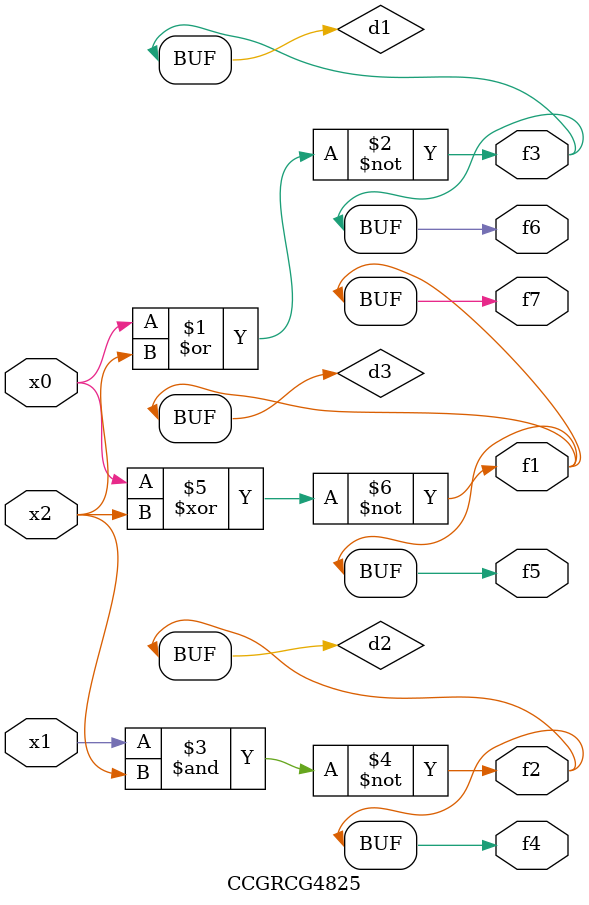
<source format=v>
module CCGRCG4825(
	input x0, x1, x2,
	output f1, f2, f3, f4, f5, f6, f7
);

	wire d1, d2, d3;

	nor (d1, x0, x2);
	nand (d2, x1, x2);
	xnor (d3, x0, x2);
	assign f1 = d3;
	assign f2 = d2;
	assign f3 = d1;
	assign f4 = d2;
	assign f5 = d3;
	assign f6 = d1;
	assign f7 = d3;
endmodule

</source>
